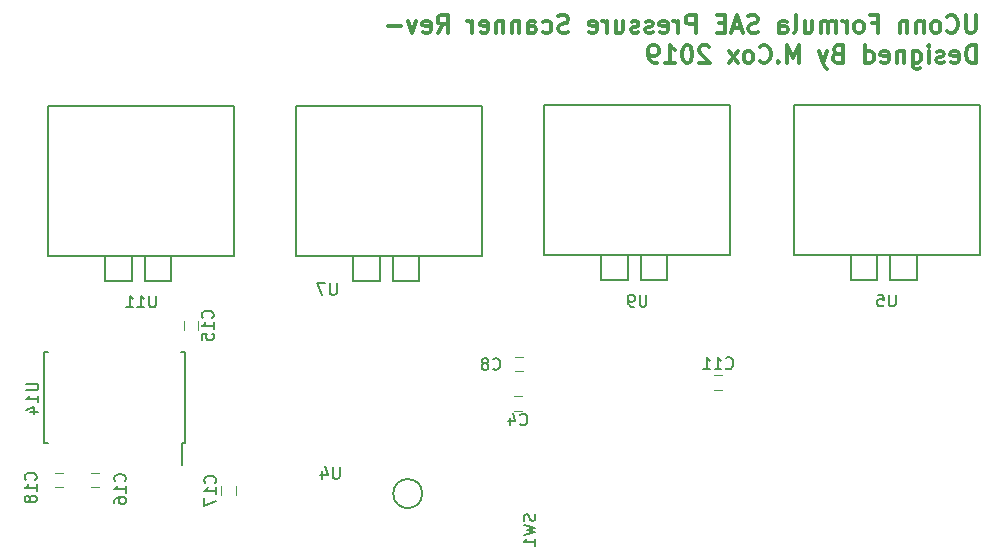
<source format=gbo>
%TF.GenerationSoftware,KiCad,Pcbnew,4.0.7*%
%TF.CreationDate,2019-07-23T20:22:45-04:00*%
%TF.ProjectId,Pressure Scanner Board,5072657373757265205363616E6E6572,rev?*%
%TF.FileFunction,Legend,Bot*%
%FSLAX46Y46*%
G04 Gerber Fmt 4.6, Leading zero omitted, Abs format (unit mm)*
G04 Created by KiCad (PCBNEW 4.0.7) date 07/23/19 20:22:45*
%MOMM*%
%LPD*%
G01*
G04 APERTURE LIST*
%ADD10C,0.100000*%
%ADD11C,0.300000*%
%ADD12C,0.150000*%
%ADD13C,0.120000*%
G04 APERTURE END LIST*
D10*
D11*
X194206857Y-50926071D02*
X194206857Y-52140357D01*
X194135429Y-52283214D01*
X194064000Y-52354643D01*
X193921143Y-52426071D01*
X193635429Y-52426071D01*
X193492571Y-52354643D01*
X193421143Y-52283214D01*
X193349714Y-52140357D01*
X193349714Y-50926071D01*
X191778285Y-52283214D02*
X191849714Y-52354643D01*
X192064000Y-52426071D01*
X192206857Y-52426071D01*
X192421142Y-52354643D01*
X192564000Y-52211786D01*
X192635428Y-52068929D01*
X192706857Y-51783214D01*
X192706857Y-51568929D01*
X192635428Y-51283214D01*
X192564000Y-51140357D01*
X192421142Y-50997500D01*
X192206857Y-50926071D01*
X192064000Y-50926071D01*
X191849714Y-50997500D01*
X191778285Y-51068929D01*
X190921142Y-52426071D02*
X191064000Y-52354643D01*
X191135428Y-52283214D01*
X191206857Y-52140357D01*
X191206857Y-51711786D01*
X191135428Y-51568929D01*
X191064000Y-51497500D01*
X190921142Y-51426071D01*
X190706857Y-51426071D01*
X190564000Y-51497500D01*
X190492571Y-51568929D01*
X190421142Y-51711786D01*
X190421142Y-52140357D01*
X190492571Y-52283214D01*
X190564000Y-52354643D01*
X190706857Y-52426071D01*
X190921142Y-52426071D01*
X189778285Y-51426071D02*
X189778285Y-52426071D01*
X189778285Y-51568929D02*
X189706857Y-51497500D01*
X189563999Y-51426071D01*
X189349714Y-51426071D01*
X189206857Y-51497500D01*
X189135428Y-51640357D01*
X189135428Y-52426071D01*
X188421142Y-51426071D02*
X188421142Y-52426071D01*
X188421142Y-51568929D02*
X188349714Y-51497500D01*
X188206856Y-51426071D01*
X187992571Y-51426071D01*
X187849714Y-51497500D01*
X187778285Y-51640357D01*
X187778285Y-52426071D01*
X185421142Y-51640357D02*
X185921142Y-51640357D01*
X185921142Y-52426071D02*
X185921142Y-50926071D01*
X185206856Y-50926071D01*
X184421142Y-52426071D02*
X184564000Y-52354643D01*
X184635428Y-52283214D01*
X184706857Y-52140357D01*
X184706857Y-51711786D01*
X184635428Y-51568929D01*
X184564000Y-51497500D01*
X184421142Y-51426071D01*
X184206857Y-51426071D01*
X184064000Y-51497500D01*
X183992571Y-51568929D01*
X183921142Y-51711786D01*
X183921142Y-52140357D01*
X183992571Y-52283214D01*
X184064000Y-52354643D01*
X184206857Y-52426071D01*
X184421142Y-52426071D01*
X183278285Y-52426071D02*
X183278285Y-51426071D01*
X183278285Y-51711786D02*
X183206857Y-51568929D01*
X183135428Y-51497500D01*
X182992571Y-51426071D01*
X182849714Y-51426071D01*
X182349714Y-52426071D02*
X182349714Y-51426071D01*
X182349714Y-51568929D02*
X182278286Y-51497500D01*
X182135428Y-51426071D01*
X181921143Y-51426071D01*
X181778286Y-51497500D01*
X181706857Y-51640357D01*
X181706857Y-52426071D01*
X181706857Y-51640357D02*
X181635428Y-51497500D01*
X181492571Y-51426071D01*
X181278286Y-51426071D01*
X181135428Y-51497500D01*
X181064000Y-51640357D01*
X181064000Y-52426071D01*
X179706857Y-51426071D02*
X179706857Y-52426071D01*
X180349714Y-51426071D02*
X180349714Y-52211786D01*
X180278286Y-52354643D01*
X180135428Y-52426071D01*
X179921143Y-52426071D01*
X179778286Y-52354643D01*
X179706857Y-52283214D01*
X178778285Y-52426071D02*
X178921143Y-52354643D01*
X178992571Y-52211786D01*
X178992571Y-50926071D01*
X177564000Y-52426071D02*
X177564000Y-51640357D01*
X177635429Y-51497500D01*
X177778286Y-51426071D01*
X178064000Y-51426071D01*
X178206857Y-51497500D01*
X177564000Y-52354643D02*
X177706857Y-52426071D01*
X178064000Y-52426071D01*
X178206857Y-52354643D01*
X178278286Y-52211786D01*
X178278286Y-52068929D01*
X178206857Y-51926071D01*
X178064000Y-51854643D01*
X177706857Y-51854643D01*
X177564000Y-51783214D01*
X175778286Y-52354643D02*
X175564000Y-52426071D01*
X175206857Y-52426071D01*
X175064000Y-52354643D01*
X174992571Y-52283214D01*
X174921143Y-52140357D01*
X174921143Y-51997500D01*
X174992571Y-51854643D01*
X175064000Y-51783214D01*
X175206857Y-51711786D01*
X175492571Y-51640357D01*
X175635429Y-51568929D01*
X175706857Y-51497500D01*
X175778286Y-51354643D01*
X175778286Y-51211786D01*
X175706857Y-51068929D01*
X175635429Y-50997500D01*
X175492571Y-50926071D01*
X175135429Y-50926071D01*
X174921143Y-50997500D01*
X174349715Y-51997500D02*
X173635429Y-51997500D01*
X174492572Y-52426071D02*
X173992572Y-50926071D01*
X173492572Y-52426071D01*
X172992572Y-51640357D02*
X172492572Y-51640357D01*
X172278286Y-52426071D02*
X172992572Y-52426071D01*
X172992572Y-50926071D01*
X172278286Y-50926071D01*
X170492572Y-52426071D02*
X170492572Y-50926071D01*
X169921144Y-50926071D01*
X169778286Y-50997500D01*
X169706858Y-51068929D01*
X169635429Y-51211786D01*
X169635429Y-51426071D01*
X169706858Y-51568929D01*
X169778286Y-51640357D01*
X169921144Y-51711786D01*
X170492572Y-51711786D01*
X168992572Y-52426071D02*
X168992572Y-51426071D01*
X168992572Y-51711786D02*
X168921144Y-51568929D01*
X168849715Y-51497500D01*
X168706858Y-51426071D01*
X168564001Y-51426071D01*
X167492573Y-52354643D02*
X167635430Y-52426071D01*
X167921144Y-52426071D01*
X168064001Y-52354643D01*
X168135430Y-52211786D01*
X168135430Y-51640357D01*
X168064001Y-51497500D01*
X167921144Y-51426071D01*
X167635430Y-51426071D01*
X167492573Y-51497500D01*
X167421144Y-51640357D01*
X167421144Y-51783214D01*
X168135430Y-51926071D01*
X166849716Y-52354643D02*
X166706859Y-52426071D01*
X166421144Y-52426071D01*
X166278287Y-52354643D01*
X166206859Y-52211786D01*
X166206859Y-52140357D01*
X166278287Y-51997500D01*
X166421144Y-51926071D01*
X166635430Y-51926071D01*
X166778287Y-51854643D01*
X166849716Y-51711786D01*
X166849716Y-51640357D01*
X166778287Y-51497500D01*
X166635430Y-51426071D01*
X166421144Y-51426071D01*
X166278287Y-51497500D01*
X165635430Y-52354643D02*
X165492573Y-52426071D01*
X165206858Y-52426071D01*
X165064001Y-52354643D01*
X164992573Y-52211786D01*
X164992573Y-52140357D01*
X165064001Y-51997500D01*
X165206858Y-51926071D01*
X165421144Y-51926071D01*
X165564001Y-51854643D01*
X165635430Y-51711786D01*
X165635430Y-51640357D01*
X165564001Y-51497500D01*
X165421144Y-51426071D01*
X165206858Y-51426071D01*
X165064001Y-51497500D01*
X163706858Y-51426071D02*
X163706858Y-52426071D01*
X164349715Y-51426071D02*
X164349715Y-52211786D01*
X164278287Y-52354643D01*
X164135429Y-52426071D01*
X163921144Y-52426071D01*
X163778287Y-52354643D01*
X163706858Y-52283214D01*
X162992572Y-52426071D02*
X162992572Y-51426071D01*
X162992572Y-51711786D02*
X162921144Y-51568929D01*
X162849715Y-51497500D01*
X162706858Y-51426071D01*
X162564001Y-51426071D01*
X161492573Y-52354643D02*
X161635430Y-52426071D01*
X161921144Y-52426071D01*
X162064001Y-52354643D01*
X162135430Y-52211786D01*
X162135430Y-51640357D01*
X162064001Y-51497500D01*
X161921144Y-51426071D01*
X161635430Y-51426071D01*
X161492573Y-51497500D01*
X161421144Y-51640357D01*
X161421144Y-51783214D01*
X162135430Y-51926071D01*
X159706859Y-52354643D02*
X159492573Y-52426071D01*
X159135430Y-52426071D01*
X158992573Y-52354643D01*
X158921144Y-52283214D01*
X158849716Y-52140357D01*
X158849716Y-51997500D01*
X158921144Y-51854643D01*
X158992573Y-51783214D01*
X159135430Y-51711786D01*
X159421144Y-51640357D01*
X159564002Y-51568929D01*
X159635430Y-51497500D01*
X159706859Y-51354643D01*
X159706859Y-51211786D01*
X159635430Y-51068929D01*
X159564002Y-50997500D01*
X159421144Y-50926071D01*
X159064002Y-50926071D01*
X158849716Y-50997500D01*
X157564002Y-52354643D02*
X157706859Y-52426071D01*
X157992573Y-52426071D01*
X158135431Y-52354643D01*
X158206859Y-52283214D01*
X158278288Y-52140357D01*
X158278288Y-51711786D01*
X158206859Y-51568929D01*
X158135431Y-51497500D01*
X157992573Y-51426071D01*
X157706859Y-51426071D01*
X157564002Y-51497500D01*
X156278288Y-52426071D02*
X156278288Y-51640357D01*
X156349717Y-51497500D01*
X156492574Y-51426071D01*
X156778288Y-51426071D01*
X156921145Y-51497500D01*
X156278288Y-52354643D02*
X156421145Y-52426071D01*
X156778288Y-52426071D01*
X156921145Y-52354643D01*
X156992574Y-52211786D01*
X156992574Y-52068929D01*
X156921145Y-51926071D01*
X156778288Y-51854643D01*
X156421145Y-51854643D01*
X156278288Y-51783214D01*
X155564002Y-51426071D02*
X155564002Y-52426071D01*
X155564002Y-51568929D02*
X155492574Y-51497500D01*
X155349716Y-51426071D01*
X155135431Y-51426071D01*
X154992574Y-51497500D01*
X154921145Y-51640357D01*
X154921145Y-52426071D01*
X154206859Y-51426071D02*
X154206859Y-52426071D01*
X154206859Y-51568929D02*
X154135431Y-51497500D01*
X153992573Y-51426071D01*
X153778288Y-51426071D01*
X153635431Y-51497500D01*
X153564002Y-51640357D01*
X153564002Y-52426071D01*
X152278288Y-52354643D02*
X152421145Y-52426071D01*
X152706859Y-52426071D01*
X152849716Y-52354643D01*
X152921145Y-52211786D01*
X152921145Y-51640357D01*
X152849716Y-51497500D01*
X152706859Y-51426071D01*
X152421145Y-51426071D01*
X152278288Y-51497500D01*
X152206859Y-51640357D01*
X152206859Y-51783214D01*
X152921145Y-51926071D01*
X151564002Y-52426071D02*
X151564002Y-51426071D01*
X151564002Y-51711786D02*
X151492574Y-51568929D01*
X151421145Y-51497500D01*
X151278288Y-51426071D01*
X151135431Y-51426071D01*
X148635431Y-52426071D02*
X149135431Y-51711786D01*
X149492574Y-52426071D02*
X149492574Y-50926071D01*
X148921146Y-50926071D01*
X148778288Y-50997500D01*
X148706860Y-51068929D01*
X148635431Y-51211786D01*
X148635431Y-51426071D01*
X148706860Y-51568929D01*
X148778288Y-51640357D01*
X148921146Y-51711786D01*
X149492574Y-51711786D01*
X147421146Y-52354643D02*
X147564003Y-52426071D01*
X147849717Y-52426071D01*
X147992574Y-52354643D01*
X148064003Y-52211786D01*
X148064003Y-51640357D01*
X147992574Y-51497500D01*
X147849717Y-51426071D01*
X147564003Y-51426071D01*
X147421146Y-51497500D01*
X147349717Y-51640357D01*
X147349717Y-51783214D01*
X148064003Y-51926071D01*
X146849717Y-51426071D02*
X146492574Y-52426071D01*
X146135432Y-51426071D01*
X145564003Y-51854643D02*
X144421146Y-51854643D01*
X194206857Y-54976071D02*
X194206857Y-53476071D01*
X193849714Y-53476071D01*
X193635429Y-53547500D01*
X193492571Y-53690357D01*
X193421143Y-53833214D01*
X193349714Y-54118929D01*
X193349714Y-54333214D01*
X193421143Y-54618929D01*
X193492571Y-54761786D01*
X193635429Y-54904643D01*
X193849714Y-54976071D01*
X194206857Y-54976071D01*
X192135429Y-54904643D02*
X192278286Y-54976071D01*
X192564000Y-54976071D01*
X192706857Y-54904643D01*
X192778286Y-54761786D01*
X192778286Y-54190357D01*
X192706857Y-54047500D01*
X192564000Y-53976071D01*
X192278286Y-53976071D01*
X192135429Y-54047500D01*
X192064000Y-54190357D01*
X192064000Y-54333214D01*
X192778286Y-54476071D01*
X191492572Y-54904643D02*
X191349715Y-54976071D01*
X191064000Y-54976071D01*
X190921143Y-54904643D01*
X190849715Y-54761786D01*
X190849715Y-54690357D01*
X190921143Y-54547500D01*
X191064000Y-54476071D01*
X191278286Y-54476071D01*
X191421143Y-54404643D01*
X191492572Y-54261786D01*
X191492572Y-54190357D01*
X191421143Y-54047500D01*
X191278286Y-53976071D01*
X191064000Y-53976071D01*
X190921143Y-54047500D01*
X190206857Y-54976071D02*
X190206857Y-53976071D01*
X190206857Y-53476071D02*
X190278286Y-53547500D01*
X190206857Y-53618929D01*
X190135429Y-53547500D01*
X190206857Y-53476071D01*
X190206857Y-53618929D01*
X188849714Y-53976071D02*
X188849714Y-55190357D01*
X188921143Y-55333214D01*
X188992571Y-55404643D01*
X189135428Y-55476071D01*
X189349714Y-55476071D01*
X189492571Y-55404643D01*
X188849714Y-54904643D02*
X188992571Y-54976071D01*
X189278285Y-54976071D01*
X189421143Y-54904643D01*
X189492571Y-54833214D01*
X189564000Y-54690357D01*
X189564000Y-54261786D01*
X189492571Y-54118929D01*
X189421143Y-54047500D01*
X189278285Y-53976071D01*
X188992571Y-53976071D01*
X188849714Y-54047500D01*
X188135428Y-53976071D02*
X188135428Y-54976071D01*
X188135428Y-54118929D02*
X188064000Y-54047500D01*
X187921142Y-53976071D01*
X187706857Y-53976071D01*
X187564000Y-54047500D01*
X187492571Y-54190357D01*
X187492571Y-54976071D01*
X186206857Y-54904643D02*
X186349714Y-54976071D01*
X186635428Y-54976071D01*
X186778285Y-54904643D01*
X186849714Y-54761786D01*
X186849714Y-54190357D01*
X186778285Y-54047500D01*
X186635428Y-53976071D01*
X186349714Y-53976071D01*
X186206857Y-54047500D01*
X186135428Y-54190357D01*
X186135428Y-54333214D01*
X186849714Y-54476071D01*
X184849714Y-54976071D02*
X184849714Y-53476071D01*
X184849714Y-54904643D02*
X184992571Y-54976071D01*
X185278285Y-54976071D01*
X185421143Y-54904643D01*
X185492571Y-54833214D01*
X185564000Y-54690357D01*
X185564000Y-54261786D01*
X185492571Y-54118929D01*
X185421143Y-54047500D01*
X185278285Y-53976071D01*
X184992571Y-53976071D01*
X184849714Y-54047500D01*
X182492571Y-54190357D02*
X182278285Y-54261786D01*
X182206857Y-54333214D01*
X182135428Y-54476071D01*
X182135428Y-54690357D01*
X182206857Y-54833214D01*
X182278285Y-54904643D01*
X182421143Y-54976071D01*
X182992571Y-54976071D01*
X182992571Y-53476071D01*
X182492571Y-53476071D01*
X182349714Y-53547500D01*
X182278285Y-53618929D01*
X182206857Y-53761786D01*
X182206857Y-53904643D01*
X182278285Y-54047500D01*
X182349714Y-54118929D01*
X182492571Y-54190357D01*
X182992571Y-54190357D01*
X181635428Y-53976071D02*
X181278285Y-54976071D01*
X180921143Y-53976071D02*
X181278285Y-54976071D01*
X181421143Y-55333214D01*
X181492571Y-55404643D01*
X181635428Y-55476071D01*
X179206857Y-54976071D02*
X179206857Y-53476071D01*
X178706857Y-54547500D01*
X178206857Y-53476071D01*
X178206857Y-54976071D01*
X177492571Y-54833214D02*
X177421143Y-54904643D01*
X177492571Y-54976071D01*
X177564000Y-54904643D01*
X177492571Y-54833214D01*
X177492571Y-54976071D01*
X175921142Y-54833214D02*
X175992571Y-54904643D01*
X176206857Y-54976071D01*
X176349714Y-54976071D01*
X176563999Y-54904643D01*
X176706857Y-54761786D01*
X176778285Y-54618929D01*
X176849714Y-54333214D01*
X176849714Y-54118929D01*
X176778285Y-53833214D01*
X176706857Y-53690357D01*
X176563999Y-53547500D01*
X176349714Y-53476071D01*
X176206857Y-53476071D01*
X175992571Y-53547500D01*
X175921142Y-53618929D01*
X175063999Y-54976071D02*
X175206857Y-54904643D01*
X175278285Y-54833214D01*
X175349714Y-54690357D01*
X175349714Y-54261786D01*
X175278285Y-54118929D01*
X175206857Y-54047500D01*
X175063999Y-53976071D01*
X174849714Y-53976071D01*
X174706857Y-54047500D01*
X174635428Y-54118929D01*
X174563999Y-54261786D01*
X174563999Y-54690357D01*
X174635428Y-54833214D01*
X174706857Y-54904643D01*
X174849714Y-54976071D01*
X175063999Y-54976071D01*
X174063999Y-54976071D02*
X173278285Y-53976071D01*
X174063999Y-53976071D02*
X173278285Y-54976071D01*
X171635428Y-53618929D02*
X171563999Y-53547500D01*
X171421142Y-53476071D01*
X171063999Y-53476071D01*
X170921142Y-53547500D01*
X170849713Y-53618929D01*
X170778285Y-53761786D01*
X170778285Y-53904643D01*
X170849713Y-54118929D01*
X171706856Y-54976071D01*
X170778285Y-54976071D01*
X169849714Y-53476071D02*
X169706857Y-53476071D01*
X169564000Y-53547500D01*
X169492571Y-53618929D01*
X169421142Y-53761786D01*
X169349714Y-54047500D01*
X169349714Y-54404643D01*
X169421142Y-54690357D01*
X169492571Y-54833214D01*
X169564000Y-54904643D01*
X169706857Y-54976071D01*
X169849714Y-54976071D01*
X169992571Y-54904643D01*
X170064000Y-54833214D01*
X170135428Y-54690357D01*
X170206857Y-54404643D01*
X170206857Y-54047500D01*
X170135428Y-53761786D01*
X170064000Y-53618929D01*
X169992571Y-53547500D01*
X169849714Y-53476071D01*
X167921143Y-54976071D02*
X168778286Y-54976071D01*
X168349714Y-54976071D02*
X168349714Y-53476071D01*
X168492571Y-53690357D01*
X168635429Y-53833214D01*
X168778286Y-53904643D01*
X167206858Y-54976071D02*
X166921143Y-54976071D01*
X166778286Y-54904643D01*
X166706858Y-54833214D01*
X166564000Y-54618929D01*
X166492572Y-54333214D01*
X166492572Y-53761786D01*
X166564000Y-53618929D01*
X166635429Y-53547500D01*
X166778286Y-53476071D01*
X167064000Y-53476071D01*
X167206858Y-53547500D01*
X167278286Y-53618929D01*
X167349715Y-53761786D01*
X167349715Y-54118929D01*
X167278286Y-54261786D01*
X167206858Y-54333214D01*
X167064000Y-54404643D01*
X166778286Y-54404643D01*
X166635429Y-54333214D01*
X166564000Y-54261786D01*
X166492572Y-54118929D01*
D12*
X189195000Y-71240000D02*
X189195000Y-73350000D01*
X189195000Y-73350000D02*
X186955000Y-73350000D01*
X186955000Y-73350000D02*
X186955000Y-71240000D01*
X185845000Y-71240000D02*
X185845000Y-73350000D01*
X185845000Y-73350000D02*
X183605000Y-73350000D01*
X183605000Y-73350000D02*
X183605000Y-71240000D01*
X178775000Y-71240000D02*
X194525000Y-71240000D01*
X178775000Y-58540000D02*
X178775000Y-71240000D01*
X194525000Y-58540000D02*
X178775000Y-58540000D01*
X194525000Y-58540000D02*
X194525000Y-71240000D01*
X127235000Y-87187000D02*
X126985000Y-87187000D01*
X127235000Y-79437000D02*
X126890000Y-79437000D01*
X115335000Y-79437000D02*
X115680000Y-79437000D01*
X115335000Y-87187000D02*
X115680000Y-87187000D01*
X127235000Y-87187000D02*
X127235000Y-79437000D01*
X115335000Y-87187000D02*
X115335000Y-79437000D01*
X126985000Y-87187000D02*
X126985000Y-89012000D01*
X147340884Y-91440000D02*
G75*
G03X147340884Y-91440000I-1227884J0D01*
G01*
X147103272Y-71330404D02*
X147103272Y-73440404D01*
X147103272Y-73440404D02*
X144863272Y-73440404D01*
X144863272Y-73440404D02*
X144863272Y-71330404D01*
X143753272Y-71330404D02*
X143753272Y-73440404D01*
X143753272Y-73440404D02*
X141513272Y-73440404D01*
X141513272Y-73440404D02*
X141513272Y-71330404D01*
X136683272Y-71330404D02*
X152433272Y-71330404D01*
X136683272Y-58630404D02*
X136683272Y-71330404D01*
X152433272Y-58630404D02*
X136683272Y-58630404D01*
X152433272Y-58630404D02*
X152433272Y-71330404D01*
X168103272Y-71250404D02*
X168103272Y-73360404D01*
X168103272Y-73360404D02*
X165863272Y-73360404D01*
X165863272Y-73360404D02*
X165863272Y-71250404D01*
X164753272Y-71250404D02*
X164753272Y-73360404D01*
X164753272Y-73360404D02*
X162513272Y-73360404D01*
X162513272Y-73360404D02*
X162513272Y-71250404D01*
X157683272Y-71250404D02*
X173433272Y-71250404D01*
X157683272Y-58550404D02*
X157683272Y-71250404D01*
X173433272Y-58550404D02*
X157683272Y-58550404D01*
X173433272Y-58550404D02*
X173433272Y-71250404D01*
X126103272Y-71330404D02*
X126103272Y-73440404D01*
X126103272Y-73440404D02*
X123863272Y-73440404D01*
X123863272Y-73440404D02*
X123863272Y-71330404D01*
X122753272Y-71330404D02*
X122753272Y-73440404D01*
X122753272Y-73440404D02*
X120513272Y-73440404D01*
X120513272Y-73440404D02*
X120513272Y-71330404D01*
X115683272Y-71330404D02*
X131433272Y-71330404D01*
X115683272Y-58630404D02*
X115683272Y-71330404D01*
X131433272Y-58630404D02*
X115683272Y-58630404D01*
X131433272Y-58630404D02*
X131433272Y-71330404D01*
D13*
X155098000Y-84420000D02*
X155798000Y-84420000D01*
X155798000Y-83220000D02*
X155098000Y-83220000D01*
X155150000Y-81100000D02*
X155850000Y-81100000D01*
X155850000Y-79900000D02*
X155150000Y-79900000D01*
X172040500Y-82642000D02*
X172740500Y-82642000D01*
X172740500Y-81442000D02*
X172040500Y-81442000D01*
X127162000Y-76866000D02*
X127162000Y-77566000D01*
X128362000Y-77566000D02*
X128362000Y-76866000D01*
X119284000Y-90897000D02*
X119984000Y-90897000D01*
X119984000Y-89697000D02*
X119284000Y-89697000D01*
X131537000Y-91536000D02*
X131537000Y-90836000D01*
X130337000Y-90836000D02*
X130337000Y-91536000D01*
X116236000Y-90897000D02*
X116936000Y-90897000D01*
X116936000Y-89697000D02*
X116236000Y-89697000D01*
D12*
X187411905Y-74592381D02*
X187411905Y-75401905D01*
X187364286Y-75497143D01*
X187316667Y-75544762D01*
X187221429Y-75592381D01*
X187030952Y-75592381D01*
X186935714Y-75544762D01*
X186888095Y-75497143D01*
X186840476Y-75401905D01*
X186840476Y-74592381D01*
X185888095Y-74592381D02*
X186364286Y-74592381D01*
X186411905Y-75068571D01*
X186364286Y-75020952D01*
X186269048Y-74973333D01*
X186030952Y-74973333D01*
X185935714Y-75020952D01*
X185888095Y-75068571D01*
X185840476Y-75163810D01*
X185840476Y-75401905D01*
X185888095Y-75497143D01*
X185935714Y-75544762D01*
X186030952Y-75592381D01*
X186269048Y-75592381D01*
X186364286Y-75544762D01*
X186411905Y-75497143D01*
X113815881Y-82137405D02*
X114625405Y-82137405D01*
X114720643Y-82185024D01*
X114768262Y-82232643D01*
X114815881Y-82327881D01*
X114815881Y-82518358D01*
X114768262Y-82613596D01*
X114720643Y-82661215D01*
X114625405Y-82708834D01*
X113815881Y-82708834D01*
X114815881Y-83708834D02*
X114815881Y-83137405D01*
X114815881Y-83423119D02*
X113815881Y-83423119D01*
X113958738Y-83327881D01*
X114053976Y-83232643D01*
X114101595Y-83137405D01*
X114149214Y-84565977D02*
X114815881Y-84565977D01*
X113768262Y-84327881D02*
X114482548Y-84089786D01*
X114482548Y-84708834D01*
X140334905Y-89177881D02*
X140334905Y-89987405D01*
X140287286Y-90082643D01*
X140239667Y-90130262D01*
X140144429Y-90177881D01*
X139953952Y-90177881D01*
X139858714Y-90130262D01*
X139811095Y-90082643D01*
X139763476Y-89987405D01*
X139763476Y-89177881D01*
X138858714Y-89511214D02*
X138858714Y-90177881D01*
X139096810Y-89130262D02*
X139334905Y-89844548D01*
X138715857Y-89844548D01*
X156873262Y-93193167D02*
X156920881Y-93336024D01*
X156920881Y-93574120D01*
X156873262Y-93669358D01*
X156825643Y-93716977D01*
X156730405Y-93764596D01*
X156635167Y-93764596D01*
X156539929Y-93716977D01*
X156492310Y-93669358D01*
X156444690Y-93574120D01*
X156397071Y-93383643D01*
X156349452Y-93288405D01*
X156301833Y-93240786D01*
X156206595Y-93193167D01*
X156111357Y-93193167D01*
X156016119Y-93240786D01*
X155968500Y-93288405D01*
X155920881Y-93383643D01*
X155920881Y-93621739D01*
X155968500Y-93764596D01*
X155920881Y-94097929D02*
X156920881Y-94336024D01*
X156206595Y-94526501D01*
X156920881Y-94716977D01*
X155920881Y-94955072D01*
X156920881Y-95859834D02*
X156920881Y-95288405D01*
X156920881Y-95574119D02*
X155920881Y-95574119D01*
X156063738Y-95478881D01*
X156158976Y-95383643D01*
X156206595Y-95288405D01*
X140080905Y-73620381D02*
X140080905Y-74429905D01*
X140033286Y-74525143D01*
X139985667Y-74572762D01*
X139890429Y-74620381D01*
X139699952Y-74620381D01*
X139604714Y-74572762D01*
X139557095Y-74525143D01*
X139509476Y-74429905D01*
X139509476Y-73620381D01*
X139128524Y-73620381D02*
X138461857Y-73620381D01*
X138890429Y-74620381D01*
X166320177Y-74602785D02*
X166320177Y-75412309D01*
X166272558Y-75507547D01*
X166224939Y-75555166D01*
X166129701Y-75602785D01*
X165939224Y-75602785D01*
X165843986Y-75555166D01*
X165796367Y-75507547D01*
X165748748Y-75412309D01*
X165748748Y-74602785D01*
X165224939Y-75602785D02*
X165034463Y-75602785D01*
X164939224Y-75555166D01*
X164891605Y-75507547D01*
X164796367Y-75364690D01*
X164748748Y-75174214D01*
X164748748Y-74793261D01*
X164796367Y-74698023D01*
X164843986Y-74650404D01*
X164939224Y-74602785D01*
X165129701Y-74602785D01*
X165224939Y-74650404D01*
X165272558Y-74698023D01*
X165320177Y-74793261D01*
X165320177Y-75031356D01*
X165272558Y-75126594D01*
X165224939Y-75174214D01*
X165129701Y-75221833D01*
X164939224Y-75221833D01*
X164843986Y-75174214D01*
X164796367Y-75126594D01*
X164748748Y-75031356D01*
X124796367Y-74682785D02*
X124796367Y-75492309D01*
X124748748Y-75587547D01*
X124701129Y-75635166D01*
X124605891Y-75682785D01*
X124415414Y-75682785D01*
X124320176Y-75635166D01*
X124272557Y-75587547D01*
X124224938Y-75492309D01*
X124224938Y-74682785D01*
X123224938Y-75682785D02*
X123796367Y-75682785D01*
X123510653Y-75682785D02*
X123510653Y-74682785D01*
X123605891Y-74825642D01*
X123701129Y-74920880D01*
X123796367Y-74968499D01*
X122272557Y-75682785D02*
X122843986Y-75682785D01*
X122558272Y-75682785D02*
X122558272Y-74682785D01*
X122653510Y-74825642D01*
X122748748Y-74920880D01*
X122843986Y-74968499D01*
X155614666Y-85574143D02*
X155662285Y-85621762D01*
X155805142Y-85669381D01*
X155900380Y-85669381D01*
X156043238Y-85621762D01*
X156138476Y-85526524D01*
X156186095Y-85431286D01*
X156233714Y-85240810D01*
X156233714Y-85097952D01*
X156186095Y-84907476D01*
X156138476Y-84812238D01*
X156043238Y-84717000D01*
X155900380Y-84669381D01*
X155805142Y-84669381D01*
X155662285Y-84717000D01*
X155614666Y-84764619D01*
X154757523Y-85002714D02*
X154757523Y-85669381D01*
X154995619Y-84621762D02*
X155233714Y-85336048D01*
X154614666Y-85336048D01*
X153328666Y-80875143D02*
X153376285Y-80922762D01*
X153519142Y-80970381D01*
X153614380Y-80970381D01*
X153757238Y-80922762D01*
X153852476Y-80827524D01*
X153900095Y-80732286D01*
X153947714Y-80541810D01*
X153947714Y-80398952D01*
X153900095Y-80208476D01*
X153852476Y-80113238D01*
X153757238Y-80018000D01*
X153614380Y-79970381D01*
X153519142Y-79970381D01*
X153376285Y-80018000D01*
X153328666Y-80065619D01*
X152757238Y-80398952D02*
X152852476Y-80351333D01*
X152900095Y-80303714D01*
X152947714Y-80208476D01*
X152947714Y-80160857D01*
X152900095Y-80065619D01*
X152852476Y-80018000D01*
X152757238Y-79970381D01*
X152566761Y-79970381D01*
X152471523Y-80018000D01*
X152423904Y-80065619D01*
X152376285Y-80160857D01*
X152376285Y-80208476D01*
X152423904Y-80303714D01*
X152471523Y-80351333D01*
X152566761Y-80398952D01*
X152757238Y-80398952D01*
X152852476Y-80446571D01*
X152900095Y-80494190D01*
X152947714Y-80589429D01*
X152947714Y-80779905D01*
X152900095Y-80875143D01*
X152852476Y-80922762D01*
X152757238Y-80970381D01*
X152566761Y-80970381D01*
X152471523Y-80922762D01*
X152423904Y-80875143D01*
X152376285Y-80779905D01*
X152376285Y-80589429D01*
X152423904Y-80494190D01*
X152471523Y-80446571D01*
X152566761Y-80398952D01*
X173045357Y-80811643D02*
X173092976Y-80859262D01*
X173235833Y-80906881D01*
X173331071Y-80906881D01*
X173473929Y-80859262D01*
X173569167Y-80764024D01*
X173616786Y-80668786D01*
X173664405Y-80478310D01*
X173664405Y-80335452D01*
X173616786Y-80144976D01*
X173569167Y-80049738D01*
X173473929Y-79954500D01*
X173331071Y-79906881D01*
X173235833Y-79906881D01*
X173092976Y-79954500D01*
X173045357Y-80002119D01*
X172092976Y-80906881D02*
X172664405Y-80906881D01*
X172378691Y-80906881D02*
X172378691Y-79906881D01*
X172473929Y-80049738D01*
X172569167Y-80144976D01*
X172664405Y-80192595D01*
X171140595Y-80906881D02*
X171712024Y-80906881D01*
X171426310Y-80906881D02*
X171426310Y-79906881D01*
X171521548Y-80049738D01*
X171616786Y-80144976D01*
X171712024Y-80192595D01*
X129579643Y-76573143D02*
X129627262Y-76525524D01*
X129674881Y-76382667D01*
X129674881Y-76287429D01*
X129627262Y-76144571D01*
X129532024Y-76049333D01*
X129436786Y-76001714D01*
X129246310Y-75954095D01*
X129103452Y-75954095D01*
X128912976Y-76001714D01*
X128817738Y-76049333D01*
X128722500Y-76144571D01*
X128674881Y-76287429D01*
X128674881Y-76382667D01*
X128722500Y-76525524D01*
X128770119Y-76573143D01*
X129674881Y-77525524D02*
X129674881Y-76954095D01*
X129674881Y-77239809D02*
X128674881Y-77239809D01*
X128817738Y-77144571D01*
X128912976Y-77049333D01*
X128960595Y-76954095D01*
X128674881Y-78430286D02*
X128674881Y-77954095D01*
X129151071Y-77906476D01*
X129103452Y-77954095D01*
X129055833Y-78049333D01*
X129055833Y-78287429D01*
X129103452Y-78382667D01*
X129151071Y-78430286D01*
X129246310Y-78477905D01*
X129484405Y-78477905D01*
X129579643Y-78430286D01*
X129627262Y-78382667D01*
X129674881Y-78287429D01*
X129674881Y-78049333D01*
X129627262Y-77954095D01*
X129579643Y-77906476D01*
X122150143Y-90416143D02*
X122197762Y-90368524D01*
X122245381Y-90225667D01*
X122245381Y-90130429D01*
X122197762Y-89987571D01*
X122102524Y-89892333D01*
X122007286Y-89844714D01*
X121816810Y-89797095D01*
X121673952Y-89797095D01*
X121483476Y-89844714D01*
X121388238Y-89892333D01*
X121293000Y-89987571D01*
X121245381Y-90130429D01*
X121245381Y-90225667D01*
X121293000Y-90368524D01*
X121340619Y-90416143D01*
X122245381Y-91368524D02*
X122245381Y-90797095D01*
X122245381Y-91082809D02*
X121245381Y-91082809D01*
X121388238Y-90987571D01*
X121483476Y-90892333D01*
X121531095Y-90797095D01*
X121245381Y-92225667D02*
X121245381Y-92035190D01*
X121293000Y-91939952D01*
X121340619Y-91892333D01*
X121483476Y-91797095D01*
X121673952Y-91749476D01*
X122054905Y-91749476D01*
X122150143Y-91797095D01*
X122197762Y-91844714D01*
X122245381Y-91939952D01*
X122245381Y-92130429D01*
X122197762Y-92225667D01*
X122150143Y-92273286D01*
X122054905Y-92320905D01*
X121816810Y-92320905D01*
X121721571Y-92273286D01*
X121673952Y-92225667D01*
X121626333Y-92130429D01*
X121626333Y-91939952D01*
X121673952Y-91844714D01*
X121721571Y-91797095D01*
X121816810Y-91749476D01*
X129794143Y-90543143D02*
X129841762Y-90495524D01*
X129889381Y-90352667D01*
X129889381Y-90257429D01*
X129841762Y-90114571D01*
X129746524Y-90019333D01*
X129651286Y-89971714D01*
X129460810Y-89924095D01*
X129317952Y-89924095D01*
X129127476Y-89971714D01*
X129032238Y-90019333D01*
X128937000Y-90114571D01*
X128889381Y-90257429D01*
X128889381Y-90352667D01*
X128937000Y-90495524D01*
X128984619Y-90543143D01*
X129889381Y-91495524D02*
X129889381Y-90924095D01*
X129889381Y-91209809D02*
X128889381Y-91209809D01*
X129032238Y-91114571D01*
X129127476Y-91019333D01*
X129175095Y-90924095D01*
X128889381Y-91828857D02*
X128889381Y-92495524D01*
X129889381Y-92066952D01*
X114593643Y-90289143D02*
X114641262Y-90241524D01*
X114688881Y-90098667D01*
X114688881Y-90003429D01*
X114641262Y-89860571D01*
X114546024Y-89765333D01*
X114450786Y-89717714D01*
X114260310Y-89670095D01*
X114117452Y-89670095D01*
X113926976Y-89717714D01*
X113831738Y-89765333D01*
X113736500Y-89860571D01*
X113688881Y-90003429D01*
X113688881Y-90098667D01*
X113736500Y-90241524D01*
X113784119Y-90289143D01*
X114688881Y-91241524D02*
X114688881Y-90670095D01*
X114688881Y-90955809D02*
X113688881Y-90955809D01*
X113831738Y-90860571D01*
X113926976Y-90765333D01*
X113974595Y-90670095D01*
X114117452Y-91812952D02*
X114069833Y-91717714D01*
X114022214Y-91670095D01*
X113926976Y-91622476D01*
X113879357Y-91622476D01*
X113784119Y-91670095D01*
X113736500Y-91717714D01*
X113688881Y-91812952D01*
X113688881Y-92003429D01*
X113736500Y-92098667D01*
X113784119Y-92146286D01*
X113879357Y-92193905D01*
X113926976Y-92193905D01*
X114022214Y-92146286D01*
X114069833Y-92098667D01*
X114117452Y-92003429D01*
X114117452Y-91812952D01*
X114165071Y-91717714D01*
X114212690Y-91670095D01*
X114307929Y-91622476D01*
X114498405Y-91622476D01*
X114593643Y-91670095D01*
X114641262Y-91717714D01*
X114688881Y-91812952D01*
X114688881Y-92003429D01*
X114641262Y-92098667D01*
X114593643Y-92146286D01*
X114498405Y-92193905D01*
X114307929Y-92193905D01*
X114212690Y-92146286D01*
X114165071Y-92098667D01*
X114117452Y-92003429D01*
M02*

</source>
